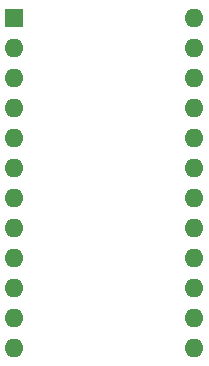
<source format=gbr>
%TF.GenerationSoftware,KiCad,Pcbnew,8.0.3*%
%TF.CreationDate,2024-06-20T11:34:12+01:00*%
%TF.ProjectId,FM16W08-3458A-AdaptorV1.0,464d3136-5730-4382-9d33-343538412d41,rev?*%
%TF.SameCoordinates,Original*%
%TF.FileFunction,Soldermask,Bot*%
%TF.FilePolarity,Negative*%
%FSLAX46Y46*%
G04 Gerber Fmt 4.6, Leading zero omitted, Abs format (unit mm)*
G04 Created by KiCad (PCBNEW 8.0.3) date 2024-06-20 11:34:12*
%MOMM*%
%LPD*%
G01*
G04 APERTURE LIST*
%ADD10R,1.600000X1.600000*%
%ADD11O,1.600000X1.600000*%
G04 APERTURE END LIST*
D10*
%TO.C,SOCKET1*%
X140716000Y-82296000D03*
D11*
X140716000Y-84836000D03*
X140716000Y-87376000D03*
X140716000Y-89916000D03*
X140716000Y-92456000D03*
X140716000Y-94996000D03*
X140716000Y-97536000D03*
X140716000Y-100076000D03*
X140716000Y-102616000D03*
X140716000Y-105156000D03*
X140716000Y-107696000D03*
X140716000Y-110236000D03*
X155956000Y-110236000D03*
X155956000Y-107696000D03*
X155956000Y-105156000D03*
X155956000Y-102616000D03*
X155956000Y-100076000D03*
X155956000Y-97536000D03*
X155956000Y-94996000D03*
X155956000Y-92456000D03*
X155956000Y-89916000D03*
X155956000Y-87376000D03*
X155956000Y-84836000D03*
X155956000Y-82296000D03*
%TD*%
M02*

</source>
